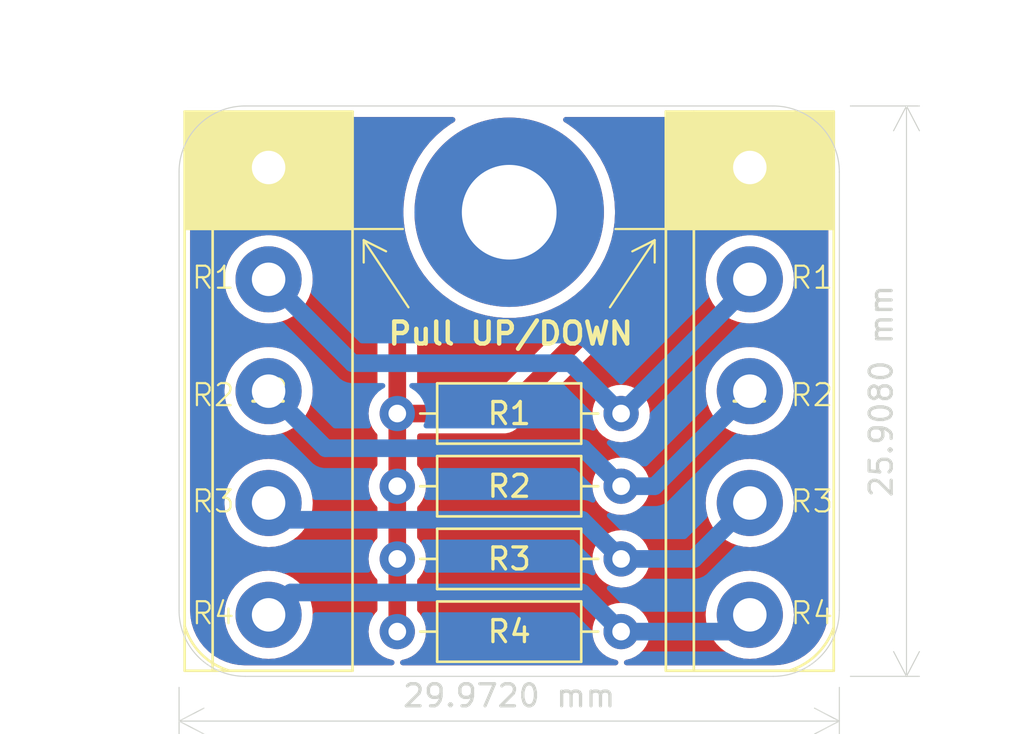
<source format=kicad_pcb>
(kicad_pcb (version 20240108) (generator "pcbnew") (generator_version "8.0")
  (title_block (title "Resistor Pull Up/Down Array x4") (date "2024-03-07") (rev "A") (company "AUGA Tech") (comment 1 "D. Vaitiekus"))
  (layers (0 "F.Cu" signal) (31 "B.Cu" signal) (34 "B.Paste" user) (35 "F.Paste" user) (36 "B.SilkS" user "B.Silkscreen") (37 "F.SilkS" user "F.Silkscreen") (38 "B.Mask" user) (39 "F.Mask" user) (44 "Edge.Cuts" user))
  (net 0 "")
  (net 1 "/RES3")
  (net 2 "/RES4")
  (net 3 "/RES2")
  (net 4 "/RES1")
  (net 5 "/Pull")
  (net 6 "GND")
  (footprint "Resistor_THT:R_Axial_DIN0207_L6.3mm_D2.5mm_P10.16mm_Horizontal" (layer "F.Cu") (at 139.906 119.332)
    (property "Reference" "R4" (at 5.08 0 360) (layer "F.SilkS"))
    (property "Value" "10k")
    (fp_line (start 1.04 0) (end 1.81 0) (stroke (width 0.12)) (layer "F.SilkS"))
    (fp_line (start 1.81 -1.37) (end 1.81 1.37) (stroke (width 0.12)) (layer "F.SilkS"))
    (fp_line (start 1.81 1.37) (end 8.35 1.37) (stroke (width 0.12)) (layer "F.SilkS"))
    (fp_line (start 8.35 -1.37) (end 1.81 -1.37) (stroke (width 0.12)) (layer "F.SilkS"))
    (fp_line (start 8.35 1.37) (end 8.35 -1.37) (stroke (width 0.12)) (layer "F.SilkS"))
    (fp_line (start 9.12 0) (end 8.35 0) (stroke (width 0.12)) (layer "F.SilkS"))
    (pad "1" thru_hole circle (at 0 0) (size 1.6 1.6) (drill 0.8) (layers "*.Cu" "*.Mask") (net 5 "/Pull"))
    (pad "2" thru_hole oval (at 10.16 0) (size 1.6 1.6) (drill 0.8) (layers "*.Cu" "*.Mask") (net 2 "/RES4"))
  )
  (footprint "Resistor_THT:R_Axial_DIN0207_L6.3mm_D2.5mm_P10.16mm_Horizontal" (layer "F.Cu") (at 139.906 109.426)
    (property "Reference" "R1" (at 5.08 0 360) (layer "F.SilkS"))
    (property "Value" "10k")
    (fp_line (start 1.04 0) (end 1.81 0) (stroke (width 0.12)) (layer "F.SilkS"))
    (fp_line (start 1.81 -1.37) (end 1.81 1.37) (stroke (width 0.12)) (layer "F.SilkS"))
    (fp_line (start 1.81 1.37) (end 8.35 1.37) (stroke (width 0.12)) (layer "F.SilkS"))
    (fp_line (start 8.35 -1.37) (end 1.81 -1.37) (stroke (width 0.12)) (layer "F.SilkS"))
    (fp_line (start 8.35 1.37) (end 8.35 -1.37) (stroke (width 0.12)) (layer "F.SilkS"))
    (fp_line (start 9.12 0) (end 8.35 0) (stroke (width 0.12)) (layer "F.SilkS"))
    (pad "1" thru_hole circle (at 0 0) (size 1.6 1.6) (drill 0.8) (layers "*.Cu" "*.Mask") (net 5 "/Pull"))
    (pad "2" thru_hole oval (at 10.16 0) (size 1.6 1.6) (drill 0.8) (layers "*.Cu" "*.Mask") (net 4 "/RES1"))
  )
  (footprint "Resistor_THT:R_Axial_DIN0207_L6.3mm_D2.5mm_P10.16mm_Horizontal" (layer "F.Cu") (at 139.906 116.03)
    (property "Reference" "R3" (at 5.08 0 360) (layer "F.SilkS"))
    (property "Value" "10k")
    (fp_line (start 1.04 0) (end 1.81 0) (stroke (width 0.12)) (layer "F.SilkS"))
    (fp_line (start 1.81 -1.37) (end 1.81 1.37) (stroke (width 0.12)) (layer "F.SilkS"))
    (fp_line (start 1.81 1.37) (end 8.35 1.37) (stroke (width 0.12)) (layer "F.SilkS"))
    (fp_line (start 8.35 -1.37) (end 1.81 -1.37) (stroke (width 0.12)) (layer "F.SilkS"))
    (fp_line (start 8.35 1.37) (end 8.35 -1.37) (stroke (width 0.12)) (layer "F.SilkS"))
    (fp_line (start 9.12 0) (end 8.35 0) (stroke (width 0.12)) (layer "F.SilkS"))
    (pad "1" thru_hole circle (at 0 0) (size 1.6 1.6) (drill 0.8) (layers "*.Cu" "*.Mask") (net 5 "/Pull"))
    (pad "2" thru_hole oval (at 10.16 0) (size 1.6 1.6) (drill 0.8) (layers "*.Cu" "*.Mask") (net 1 "/RES3"))
  )
  (footprint "TerminalBlock:TerminalBlock_bornier-5_P5.08mm" (layer "F.Cu") (at 155.908 98.25 -90)
    (property "Reference" "J1" (at 10.16 0 0) (layer "F.SilkS"))
    (property "Value" "MCU")
    (fp_line (start -2.54 3.81) (end 22.86 3.81) (stroke (width 0.12)) (layer "F.SilkS"))
    (fp_line (start -2.54 2.54) (end 22.86 2.54) (stroke (width 0.12)) (layer "F.SilkS"))
    (fp_line (start -2.54 -3.81) (end -2.54 3.81) (stroke (width 0.12)) (layer "F.SilkS"))
    (fp_line (start -2.54 -3.81) (end 22.86 -3.81) (stroke (width 0.12)) (layer "F.SilkS"))
    (fp_line (start 22.86 -3.81) (end 22.86 3.81) (stroke (width 0.12)) (layer "F.SilkS"))
    (pad "1" thru_hole rect (at 0 0 270) (size 3 3) (drill 1.52) (layers "*.Cu" "*.Mask") (net 5 "/Pull"))
    (pad "2" thru_hole circle (at 5.08 0 270) (size 3 3) (drill 1.52) (layers "*.Cu" "*.Mask") (net 4 "/RES1"))
    (pad "3" thru_hole circle (at 10.16 0 270) (size 3 3) (drill 1.52) (layers "*.Cu" "*.Mask") (net 3 "/RES2"))
    (pad "4" thru_hole circle (at 15.24 0 270) (size 3 3) (drill 1.52) (layers "*.Cu" "*.Mask") (net 1 "/RES3"))
    (pad "5" thru_hole circle (at 20.32 0 270) (size 3 3) (drill 1.52) (layers "*.Cu" "*.Mask") (net 2 "/RES4"))
  )
  (footprint "Resistor_THT:R_Axial_DIN0207_L6.3mm_D2.5mm_P10.16mm_Horizontal" (layer "F.Cu") (at 139.906 112.728)
    (property "Reference" "R2" (at 5.08 0 360) (layer "F.SilkS"))
    (property "Value" "10k")
    (fp_line (start 1.04 0) (end 1.81 0) (stroke (width 0.12)) (layer "F.SilkS"))
    (fp_line (start 1.81 -1.37) (end 1.81 1.37) (stroke (width 0.12)) (layer "F.SilkS"))
    (fp_line (start 1.81 1.37) (end 8.35 1.37) (stroke (width 0.12)) (layer "F.SilkS"))
    (fp_line (start 8.35 -1.37) (end 1.81 -1.37) (stroke (width 0.12)) (layer "F.SilkS"))
    (fp_line (start 8.35 1.37) (end 8.35 -1.37) (stroke (width 0.12)) (layer "F.SilkS"))
    (fp_line (start 9.12 0) (end 8.35 0) (stroke (width 0.12)) (layer "F.SilkS"))
    (pad "1" thru_hole circle (at 0 0) (size 1.6 1.6) (drill 0.8) (layers "*.Cu" "*.Mask") (net 5 "/Pull"))
    (pad "2" thru_hole oval (at 10.16 0) (size 1.6 1.6) (drill 0.8) (layers "*.Cu" "*.Mask") (net 3 "/RES2"))
  )
  (footprint "TerminalBlock:TerminalBlock_bornier-5_P5.08mm" (layer "F.Cu") (at 134.064 98.25 -90)
    (property "Reference" "J2" (at 10.16 0 0) (layer "F.SilkS"))
    (property "Value" "Passtrhough")
    (fp_line (start -2.54 3.81) (end 22.86 3.81) (stroke (width 0.12)) (layer "F.SilkS"))
    (fp_line (start -2.54 2.54) (end 22.86 2.54) (stroke (width 0.12)) (layer "F.SilkS"))
    (fp_line (start -2.54 -3.81) (end -2.54 3.81) (stroke (width 0.12)) (layer "F.SilkS"))
    (fp_line (start -2.54 -3.81) (end 22.86 -3.81) (stroke (width 0.12)) (layer "F.SilkS"))
    (fp_line (start 22.86 -3.81) (end 22.86 3.81) (stroke (width 0.12)) (layer "F.SilkS"))
    (pad "1" thru_hole rect (at 0 0 270) (size 3 3) (drill 1.52) (layers "*.Cu" "*.Mask") (net 5 "/Pull"))
    (pad "2" thru_hole circle (at 5.08 0 270) (size 3 3) (drill 1.52) (layers "*.Cu" "*.Mask") (net 4 "/RES1"))
    (pad "3" thru_hole circle (at 10.16 0 270) (size 3 3) (drill 1.52) (layers "*.Cu" "*.Mask") (net 3 "/RES2"))
    (pad "4" thru_hole circle (at 15.24 0 270) (size 3 3) (drill 1.52) (layers "*.Cu" "*.Mask") (net 1 "/RES3"))
    (pad "5" thru_hole circle (at 20.32 0 270) (size 3 3) (drill 1.52) (layers "*.Cu" "*.Mask") (net 2 "/RES4"))
  )
  (footprint "MountingHole:MountingHole_4.3mm_M4_Pad" (layer "F.Cu") (at 144.986 100.282)
    (property "Reference" "H1" (at 0 0.254 0) (layer "F.SilkS"))
    (property "Value" "MountingHole_Pad")
    (pad "1" thru_hole circle (at 0 0) (size 8.6 8.6) (drill 4.3) (layers "*.Cu" "*.Mask") (net 6 "GND"))
  )
  (gr_line (start 159.718 101.044) (end 149.812 101.044) (stroke (width 0.1)) (layer "F.SilkS"))
  (gr_line (start 138.382 101.552) (end 138.382 102.568) (stroke (width 0.1)) (layer "F.SilkS"))
  (gr_line (start 151.59 101.552) (end 151.59 102.568) (stroke (width 0.1)) (layer "F.SilkS"))
  (gr_arc (start 132.286 121.109999) (mid 131.011493 120.352506) (end 130.254001 119.077999) (stroke (width 0.12)) (layer "F.SilkS"))
  (gr_line (start 151.59 101.552) (end 150.574 102.06) (stroke (width 0.1)) (layer "F.SilkS"))
  (gr_line (start 138.382 101.552) (end 139.398 102.06) (stroke (width 0.1)) (layer "F.SilkS"))
  (gr_rect (start 152.098 95.71) (end 159.718 101.044) (stroke (width 0.1)) (fill solid) (layer "F.SilkS"))
  (gr_line (start 140.414 104.6) (end 138.382 101.552) (stroke (width 0.1)) (layer "F.SilkS"))
  (gr_line (start 151.59 101.552) (end 149.558 104.6) (stroke (width 0.1)) (layer "F.SilkS"))
  (gr_line (start 140.16 101.044) (end 130.254 101.044) (stroke (width 0.1)) (layer "F.SilkS"))
  (gr_rect (start 130.254 95.71) (end 137.874 101.044) (stroke (width 0.1)) (fill solid) (layer "F.SilkS"))
  (gr_arc (start 159.717999 119.136643) (mid 158.962436 120.348) (end 157.743776 121.091728) (stroke (width 0.12)) (layer "F.SilkS"))
  (gr_line (start 156.972 121.364) (end 133 121.364) (stroke (width 0.05)) (layer "Edge.Cuts"))
  (gr_arc (start 130 98.456) (mid 130.87868 96.33468) (end 133 95.456) (stroke (width 0.05)) (layer "Edge.Cuts"))
  (gr_arc (start 159.972 118.364) (mid 159.09332 120.48532) (end 156.972 121.364) (stroke (width 0.05)) (layer "Edge.Cuts"))
  (gr_arc (start 156.972 95.456) (mid 159.09332 96.33468) (end 159.972 98.456) (stroke (width 0.05)) (layer "Edge.Cuts"))
  (gr_line (start 133 95.456) (end 156.972 95.456) (stroke (width 0.05)) (layer "Edge.Cuts"))
  (gr_line (start 159.972 98.456) (end 159.972 118.364) (stroke (width 0.05)) (layer "Edge.Cuts"))
  (gr_line (start 130 118.364) (end 130 98.456) (stroke (width 0.05)) (layer "Edge.Cuts"))
  (gr_arc (start 133 121.364) (mid 130.87868 120.48532) (end 130 118.364) (stroke (width 0.05)) (layer "Edge.Cuts"))
  (gr_text "Pull UP/DOWN" (at 139.398 106.378 0) (layer "F.SilkS") (effects (font (size 1 1) (thickness 0.2) (bold yes)) (justify left bottom)))
  (gr_text "R4" (at 130.508 119.078 0) (layer "F.SilkS") (effects (font (size 1 1) (thickness 0.1)) (justify left bottom)))
  (gr_text "R2" (at 130.508 109.172 0) (layer "F.SilkS") (effects (font (size 1 1) (thickness 0.1)) (justify left bottom)))
  (gr_text "R4" (at 157.686 119.078 0) (layer "F.SilkS") (effects (font (size 1 1) (thickness 0.1)) (justify left bottom)))
  (gr_text "R1" (at 130.508 103.838 0) (layer "F.SilkS") (effects (font (size 1 1) (thickness 0.1)) (justify left bottom)))
  (gr_text "R2" (at 157.686 109.172 0) (layer "F.SilkS") (effects (font (size 1 1) (thickness 0.1)) (justify left bottom)))
  (gr_text "R3" (at 130.508 113.998 0) (layer "F.SilkS") (effects (font (size 1 1) (thickness 0.1)) (justify left bottom)))
  (gr_text "R3" (at 157.686 113.998 0) (layer "F.SilkS") (effects (font (size 1 1) (thickness 0.1)) (justify left bottom)))
  (gr_text "R1" (at 157.686 103.838 0) (layer "F.SilkS") (effects (font (size 1 1) (thickness 0.1)) (justify left bottom)))
  (dimension (type aligned) (layer "Edge.Cuts") (pts (xy 159.972 121.364) (xy 130 121.364)) (height -2.032) (gr_text "29.9720 mm" (at 144.986 122.246 0) (layer "Edge.Cuts") (effects (font (size 1 1) (thickness 0.15)))) (format (prefix "") (suffix "") (units 3) (units_format 1) (precision 4)) (style (thickness 0.05) (arrow_length 1.27) (text_position_mode 0) (extension_height 0.58642) (extension_offset 0.5) keep_text_aligned))
  (dimension (type aligned) (layer "Edge.Cuts") (pts (xy 159.972 121.364) (xy 159.972 95.456)) (height 3.048) (gr_text "25.9080 mm" (at 161.87 108.41 90) (layer "Edge.Cuts") (effects (font (size 1 1) (thickness 0.15)))) (format (prefix "") (suffix "") (units 3) (units_format 1) (precision 4)) (style (thickness 0.05) (arrow_length 1.27) (text_position_mode 0) (extension_height 0.58642) (extension_offset 0.5) keep_text_aligned))
  (segment (start 148.288 114.252) (end 150.066 116.03) (width 0.8) (layer "B.Cu") (net 1))
  (segment (start 134.826 114.252) (end 148.288 114.252) (width 0.8) (layer "B.Cu") (net 1))
  (segment (start 134.064 113.49) (end 134.826 114.252) (width 0.8) (layer "B.Cu") (net 1))
  (segment (start 153.368 116.03) (end 155.908 113.49) (width 0.8) (layer "B.Cu") (net 1))
  (segment (start 150.066 116.03) (end 153.368 116.03) (width 0.8) (layer "B.Cu") (net 1))
  (segment (start 134.064 118.57) (end 135.08 117.554) (width 0.8) (layer "B.Cu") (net 2))
  (segment (start 150.066 119.332) (end 155.146 119.332) (width 0.8) (layer "B.Cu") (net 2))
  (segment (start 148.288 117.554) (end 150.066 119.332) (width 0.8) (layer "B.Cu") (net 2))
  (segment (start 135.08 117.554) (end 148.288 117.554) (width 0.8) (layer "B.Cu") (net 2))
  (segment (start 155.146 119.332) (end 155.908 118.57) (width 0.8) (layer "B.Cu") (net 2))
  (segment (start 136.656101 111.002101) (end 148.340101 111.002101) (width 0.8) (layer "B.Cu") (net 3))
  (segment (start 148.340101 111.002101) (end 150.066 112.728) (width 0.8) (layer "B.Cu") (net 3))
  (segment (start 134.064 108.41) (end 136.656101 111.002101) (width 0.8) (layer "B.Cu") (net 3))
  (segment (start 151.59 112.728) (end 155.908 108.41) (width 0.8) (layer "B.Cu") (net 3))
  (segment (start 150.066 112.728) (end 151.59 112.728) (width 0.8) (layer "B.Cu") (net 3))
  (segment (start 137.874 107.14) (end 134.064 103.33) (width 0.8) (layer "B.Cu") (net 4))
  (segment (start 150.066 109.426) (end 147.78 107.14) (width 0.8) (layer "B.Cu") (net 4))
  (segment (start 155.908 103.584) (end 155.908 103.33) (width 0.8) (layer "B.Cu") (net 4))
  (segment (start 147.78 107.14) (end 137.874 107.14) (width 0.8) (layer "B.Cu") (net 4))
  (segment (start 150.066 109.426) (end 155.908 103.584) (width 0.8) (layer "B.Cu") (net 4))
  (segment (start 139.906 109.426) (end 139.906 112.728) (width 0.8) (layer "F.Cu") (net 5))
  (segment (start 134.064 98.504) (end 139.906 104.346) (width 0.8) (layer "F.Cu") (net 5))
  (segment (start 139.906 112.728) (end 139.906 116.03) (width 0.8) (layer "F.Cu") (net 5))
  (segment (start 139.906 104.346) (end 139.906 109.426) (width 0.8) (layer "F.Cu") (net 5))
  (segment (start 134.064 98.25) (end 134.064 98.504) (width 0.8) (layer "F.Cu") (net 5))
  (segment (start 139.906 119.332) (end 139.906 116.03) (width 0.8) (layer "F.Cu") (net 5))
  (segment (start 139.906 109.426) (end 144.732 109.426) (width 0.8) (layer "F.Cu") (net 5))
  (segment (start 144.732 109.426) (end 155.908 98.25) (width 0.8) (layer "F.Cu") (net 5))
  (zone (net 0) (net_name "") (layers "F&B.Cu") (connect_pads yes (clearance 0.5)) (min_thickness 0.25) (fill yes (thermal_gap 0.5) (thermal_bridge_width 0.5))
    (polygon (pts (xy 121.872 90.642) (xy 121.872 123.642) (xy 168.354 123.65) (xy 168.372 90.642)))
  )
)
</source>
